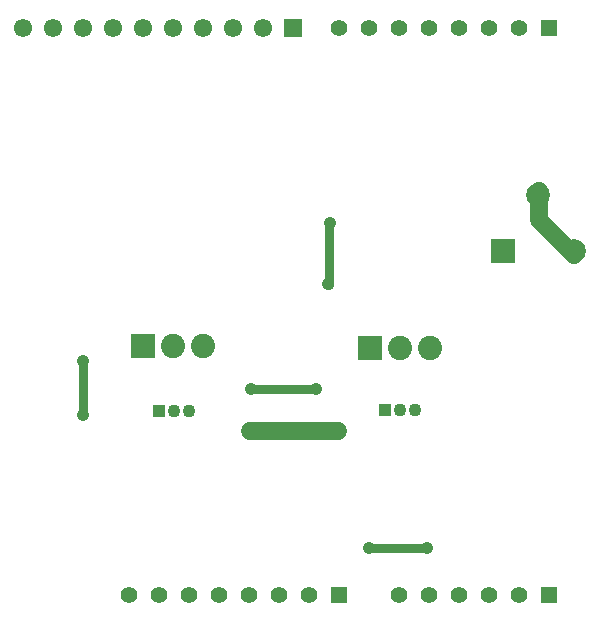
<source format=gbl>
%FSLAX33Y33*%
%MOMM*%
%AMRect-W2049999-H2049999-RO1.500*
21,1,2.049999,2.049999,0.,0.,90*%
%AMRect-W1550000-H1550000-RO1.000*
21,1,1.55,1.55,0.,0.,180*%
%AMRect-W1100000-H1100000-RO0.500*
21,1,1.1,1.1,0.,0.,270*%
%AMRect-W1400000-H1400000-RO0.500*
21,1,1.4,1.4,0.,0.,270*%
%AMRect-W2000000-H2000000-RO1.500*
21,1,2.,2.,0.,0.,90*%
%AMRR-H2000000-W2000000-R1000000-RO1.500*
1,1,2.,-0.,-0.*
1,1,2.,-0.,0.*
1,1,2.,0.,0.*
1,1,2.,0.,-0.*%
%AMRect-W1390000-H1390000-RO0.500*
21,1,1.39,1.39,0.,0.,270*%
%ADD10C,0.762*%
%ADD11C,1.524*%
%ADD12C,1.0668*%
%ADD13C,2.049999*%
%ADD14Rect-W2049999-H2049999-RO1.500*%
%ADD15C,1.55*%
%ADD16Rect-W1550000-H1550000-RO1.000*%
%ADD17C,1.1*%
%ADD18Rect-W1100000-H1100000-RO0.500*%
%ADD19C,1.4*%
%ADD20Rect-W1400000-H1400000-RO0.500*%
%ADD21Rect-W2000000-H2000000-RO1.500*%
%ADD22RR-H2000000-W2000000-R1000000-RO1.500*%
%ADD23C,1.39*%
%ADD24Rect-W1390000-H1390000-RO0.500*%
D10*
%LNbottom copper_traces*%
G01*
X43866Y28826D02*
X43866Y33960D01*
D11*
X37163Y16480D02*
X44651Y16480D01*
X61618Y34346D02*
X61618Y36772D01*
D10*
X52141Y6530D02*
X47219Y6530D01*
D11*
X64628Y31336D02*
X61618Y34346D01*
D10*
X37318Y20005D02*
X42659Y20005D01*
X23053Y22395D02*
X23053Y17788D01*
D12*
X52194Y6530D03*
X37163Y16507D03*
X44714Y16464D03*
X37297Y20030D03*
X23028Y22405D03*
X42738Y20005D03*
X37297Y19964D03*
X47272Y6530D03*
X43932Y34026D03*
X43823Y28862D03*
X23010Y17788D03*
%LNbottom copper component f256e903b1b0075b*%
D13*
X30704Y23660D03*
X33244Y23660D03*
D14*
X28164Y23660D03*
%LNbottom copper component ec26137bd2f37d22*%
D15*
X38329Y50559D03*
X35789Y50559D03*
X33249Y50559D03*
X30709Y50559D03*
X28169Y50559D03*
X25629Y50559D03*
X23089Y50559D03*
X20549Y50559D03*
X18009Y50559D03*
D16*
X40869Y50559D03*
%LNbottom copper component 0f3c5feef51aa351*%
D17*
X32012Y18162D03*
X30742Y18162D03*
D18*
X29472Y18162D03*
%LNbottom copper component 623c2cde8dd2ec66*%
D19*
X59948Y2596D03*
X57408Y2596D03*
X54868Y2596D03*
X52328Y2596D03*
X49788Y2596D03*
D20*
X62488Y2596D03*
%LNbottom copper component 40c21c38a6e81b0a*%
D21*
X58599Y31692D03*
D22*
X64599Y31692D03*
X61599Y36392D03*
%LNbottom copper component 5c777b7311229c55*%
D23*
X42146Y2596D03*
X39606Y2596D03*
X37066Y2596D03*
X34526Y2596D03*
X31986Y2596D03*
X29446Y2596D03*
X26906Y2596D03*
D24*
X44686Y2596D03*
%LNbottom copper component 603dce8ef9af0ef7*%
D23*
X59950Y50550D03*
X57410Y50550D03*
X54870Y50550D03*
X52330Y50550D03*
X49790Y50550D03*
X47250Y50550D03*
X44710Y50550D03*
D24*
X62490Y50550D03*
%LNbottom copper component 697265a9e9480490*%
D13*
X49855Y23497D03*
X52395Y23497D03*
D14*
X47315Y23497D03*
%LNbottom copper component fcda6793b77e14ab*%
D17*
X51156Y18241D03*
X49886Y18241D03*
D18*
X48616Y18241D03*
M02*
</source>
